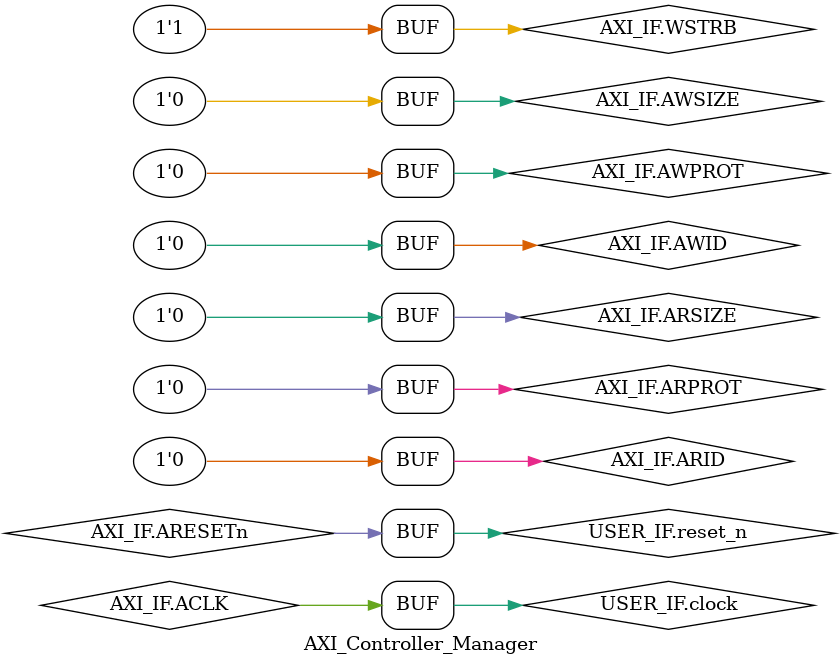
<source format=sv>
module AXI_Controller_Manager (
    Simple_Manager_Mem_IF.CONTROLLER USER_IF,
    AXI5_Lite_IF.MANAGER AXI_IF
);
    
    // Control signals for write datapath
    logic user_wr_data_addr_latched;
    logic axi_aw_done;
    logic axi_w_done;
    logic axi_data_transferred;
    logic write_done;
    
    // Control signals for read datapath
    logic user_rd_addr_latched;
    logic axi_ar_done;
    logic axi_rresp_done;
    logic read_done;
    
    // Buffers for incoming/outgoing data
    logic [31:0] user_waddr_latch;
    logic [31:0] user_wdata_latch;

    logic [31:0] user_rdaddr_latch;
    logic [31:0] axi_rdata_latch;

    // Reg used for bringing up user-facing ready signals after reset
    logic reset_latch;
    always @(posedge AXI_IF.ACLK) begin
        reset_latch <= AXI_IF.ARESETn;
    end
    
    // Connect AXI reset and clock to USER_IF
    assign USER_IF.clock = AXI_IF.ACLK;
    assign USER_IF.reset_n = AXI_IF.ARESETn;

    ///////////////////////////////////////////////////////////////////////////
    ////                                                                   ////
    ////                    Write Channel Logic                            ////
    ////                                                                   ////
    ///////////////////////////////////////////////////////////////////////////
    
    // Write transaction:
    // 1. Keep wr_ready HIGH
    // 2. When wr_valid goes HIGH:
    //        a. Latch in write address
    //        b. Latch in write data
    //        c. Set wr_ready to LOW
    // 3. Handshake data out over AXI:
    //        a. Handshake write address over AW channel
    //        b. Handshake write data over W channel
    //        c. Set BREADY to HIGH
    // 4. Wait for AXI worker to assert BVALID, then:
    //        a. Set BREADY to LOW
    //        b. Set wr_ready on user bus back to HIGH
    // Note: wr_ready on user bus, and all ready/valid signals on AXI bus,
    //     should be LOW when in RESET!

    // User IF wr_ready generation
    // wr_ready is asserted HIGH by default to enable single-cycle transfers
    //     from the user logic to this module.
    // It will go LOW when wr_valid is HIGH - i.e., when a write transaction
    //     from the user is accepted
    // Once LOW, it will remain so until the write transaction is completed
    //     on the AXI bus - its completion is signalled with the "write_done"
    //     signal.
    always_ff @(posedge AXI_IF.ACLK) begin
        if (AXI_IF.ARESETn == 1'b0) begin
            USER_IF.wr_ready <= 1'b0;
        end else begin
            if (USER_IF.wr_valid && USER_IF.wr_ready) begin
                USER_IF.wr_ready <= 1'b0;
            end
            if (!USER_IF.wr_ready && write_done) begin
                USER_IF.wr_ready <= 1'b1;
            end
        end
    end
    
    // User write data and address latching
    // This block is responsible for capturing the user's wr addr
    //     and wr data, i.e. latching them in.
    // It will capture the address and data on the user IF when
    //     wr_valid and wr_ready are both HIGH.
    always_ff @(posedge AXI_IF.ACLK) begin
        if (AXI_IF.ARESETn == 1'b0) begin
            user_waddr_latch <= 'b0;
            user_wdata_latch <= 'b0;
        end else begin
            if (USER_IF.wr_valid && USER_IF.wr_ready && !user_wr_data_addr_latched) begin
                user_waddr_latch <= USER_IF.wr_addr;
                user_wdata_latch <= USER_IF.wr_data;
            end
        end
    end
    
    // AXI interface AWVALID generation
    // AWVALID
    always_ff @(posedge AXI_IF.ACLK) begin
        if (AXI_IF.ARESETn == 1'b0) begin
            AXI_IF.AWVALID <= 1'b0;
        end else begin
            if (user_wr_data_addr_latched && !AXI_IF.AWVALID && !axi_aw_done) begin
                AXI_IF.AWVALID <= 1'b1;
            end
            if (AXI_IF.AWVALID && AXI_IF.AWREADY) begin
                AXI_IF.AWVALID <= 1'b0;
            end
        end
    end
    
    // AXI interface WVALID generation
    always_ff @(posedge AXI_IF.ACLK) begin
        if (AXI_IF.ARESETn == 1'b0) begin
            AXI_IF.WVALID <= 1'b0;
        end else begin
            if (user_wr_data_addr_latched && !AXI_IF.WVALID && !axi_w_done) begin
                AXI_IF.WVALID <= 1'b1;
            end
            if (AXI_IF.WVALID && AXI_IF.WREADY) begin
                AXI_IF.WVALID <= 1'b0;
            end
        end
    end
    
    // AXI interface BREADY generation
    always_ff @(posedge AXI_IF.ACLK) begin
        if (AXI_IF.ARESETn == 1'b0) begin
            AXI_IF.BREADY <= 1'b0;
        end else begin
            if (axi_data_transferred && !AXI_IF.BREADY) begin
                AXI_IF.BREADY <= 1'b1;
            end
            if (AXI_IF.BVALID && AXI_IF.BREADY) begin
                AXI_IF.BREADY <= 1'b0;
            end
        end
    end
    
    // Write channel control signal generation
    always_ff @(posedge AXI_IF.ACLK) begin
        if (AXI_IF.ARESETn == 1'b0) begin
            user_wr_data_addr_latched <= 1'b0;
            axi_aw_done <= 1'b0;
            axi_w_done <= 1'b0;
            write_done <= 1'b0;
        end else begin
            if (USER_IF.wr_ready && USER_IF.wr_valid) begin
                user_wr_data_addr_latched <= 1'b1;
            end
            if (AXI_IF.AWREADY && AXI_IF.AWVALID) begin
                axi_aw_done <= 1'b1;
            end
            if (AXI_IF.WREADY && AXI_IF.WVALID) begin
                axi_w_done <= 1'b1;
            end
            if (AXI_IF.BREADY && AXI_IF.BVALID) begin
                user_wr_data_addr_latched <= 1'b0;
                axi_aw_done <= 1'b0;
                axi_w_done <= 1'b0;
                write_done <= 1'b1;
            end
            if (!reset_latch) begin
                write_done <= 1'b1;
            end
            // write_done is a 1 cycle pulse to signal to the user IF's
            //     write channel to get ready again
            if (write_done == 1'b1) begin
                write_done <= 1'b0;
            end
        end
    end
    
    // Combinational logic for write channels
    always_comb begin
        // Control signals
        axi_data_transferred = axi_aw_done & axi_w_done;
    
        // Tie off AXI write address channel signals
        AXI_IF.AWID = 1'b0;
        AXI_IF.AWSIZE = 3'b010;
        AXI_IF.AWPROT = 3'b000;
        
        // Tie off AXI write data channel signals
        AXI_IF.WSTRB = 4'b1111;
        
        // Connect user data latches to the AXI bus
        AXI_IF.AWADDR = user_waddr_latch;
        AXI_IF.WDATA = user_wdata_latch;
    end


    ///////////////////////////////////////////////////////////////////////////
    ////                                                                   ////
    ////                    Read Channel Logic                             ////
    ////                                                                   ////
    ///////////////////////////////////////////////////////////////////////////
    
    // Read transaction procedure:
    // 1. Wait for user logic to assert rd_valid
    // 2. Once user logic asserts rd_valid, latch in rd_addr
    // 3. Handshake read addr channel on AXI
    // 4. Handshake read response channel on AXI
    // 5. Present rd data to user logic and assert rd_ready until it
    //        deasserts rd_valid
    
    // rd_ready generation
    // rd_ready is LOW by default - it only goes HIGH at the end of a read
    //     transaction, after the following has occurred:
    //     1. rd_valid asserted by user and address transferred
    //     2. rd data fetched over AXI bus
    //     3. rd_valid is deasserted by user logic, and rd data transferred to
    //            user
    always_ff @(posedge AXI_IF.ACLK) begin
        if (AXI_IF.ARESETn == 1'b0) begin
            USER_IF.rd_ready <= 1'b0;
        end else begin
            if (axi_rresp_done) begin
                USER_IF.rd_ready <= 1'b1;
            end
            if (read_done) begin
                USER_IF.rd_ready <= 1'b0;
            end
        end
    end

    // User rd addr latching
    // The read address is latched in when the user asserts rd_valid
    // To keep the interface simple, it means that the rd addr will get latched
    //     in every cycle during a read transaction, while user logic holds
    //     rd_valid HIGH
    // This should be fine, as long as user logic does not change the addr
    //     and expect to get different data
    always_ff @(posedge AXI_IF.ACLK) begin
        if (AXI_IF.ARESETn == 1'b0) begin
            user_rdaddr_latch <= 'b0;
        end else begin
            if (USER_IF.rd_valid && !user_rd_addr_latched) begin
                user_rdaddr_latch <= USER_IF.rd_addr;
            end
        end
    end

    // ARVALID generation
    // ARVALID is held LOW by default, and goes HIGH one cycle after
    //     the user asserts rd_valid
    // It will remain HIGH until ARREADY is asserted, indicating a successful
    //     transfer to the AXI worker
    always_ff @(posedge AXI_IF.ACLK) begin
        if (AXI_IF.ARESETn == 1'b0) begin
            AXI_IF.ARVALID <= 1'b0;
        end else begin
            if (user_rd_addr_latched && !axi_ar_done && !AXI_IF.ARVALID) begin
                AXI_IF.ARVALID <= 1'b1;
            end
            if (AXI_IF.ARVALID && AXI_IF.ARREADY) begin
                AXI_IF.ARVALID <= 1'b0;
            end
        end
    end

    // RREADY generation
    // RREADY is held LOW by default, and goes HIGH at the same time as ARVALID
    // By asserting RREADY at the same time as initiating the AR handshake,
    //     we can speed up transfers by one cycle
    // It will remain HIGH until RVALID is asserted and the read data latched in
    always_ff @(posedge AXI_IF.ACLK) begin
        if (AXI_IF.ARESETn == 1'b0) begin
            AXI_IF.RREADY <= 1'b0;
        end else begin
            if (!axi_rresp_done && !AXI_IF.RREADY) begin
                AXI_IF.RREADY <= 1'b1;
            end
            if (AXI_IF.RREADY && AXI_IF.RVALID) begin
                AXI_IF.RREADY <= 1'b0;
            end
        end
    end

    // AXI read data latching
    // This block is responsible for capturing read data on the AXI bus,
    //     i.e. latching it in when RREADY and RVALID are both HIGH
    always_ff @(posedge AXI_IF.ACLK) begin
        if (AXI_IF.ARESETn == 1'b0) begin
            axi_rdata_latch <= 'b0;
        end else begin
            if (AXI_IF.RREADY && AXI_IF.RVALID) begin
                axi_rdata_latch <= AXI_IF.RDATA;
            end
        end
    end

    // Control signal generation
    always_ff @(posedge AXI_IF.ACLK) begin
        if (AXI_IF.ARESETn == 1'b0) begin
            user_rd_addr_latched <= 1'b0;
            axi_ar_done <= 1'b0;
            axi_rresp_done <= 1'b0;
            read_done <= 1'b0;
        end else begin
            if (USER_IF.rd_valid) begin
                user_rd_addr_latched <= 1'b1;
            end
            if (AXI_IF.ARVALID && AXI_IF.ARREADY) begin
                axi_ar_done <= 1'b1;
            end
            if (AXI_IF.RREADY && AXI_IF.RVALID) begin
                axi_rresp_done <= 1'b1;
            end
            if (!reset_latch) begin
                read_done <= 1'b1;
            end
            if (USER_IF.rd_ready && USER_IF.rd_valid) begin
                read_done <= 1'b1;
                user_rd_addr_latched <= 1'b0;
                axi_ar_done <= 1'b0;
                axi_rresp_done <= 1'b0;
            end
            if (read_done) begin
                read_done <= 1'b0;
            end
        end
    end

    // Combinational logic for read channels
    always_comb begin        
        // Tie off AXI read address channel signals
        AXI_IF.ARPROT = 3'b000;
        AXI_IF.ARSIZE = 3'b010;
        AXI_IF.ARID = 1'b0;

        // Connect rd addr and data latches
        AXI_IF.ARADDR = user_rdaddr_latch;
        USER_IF.rd_data = axi_rdata_latch;
    end

endmodule

</source>
